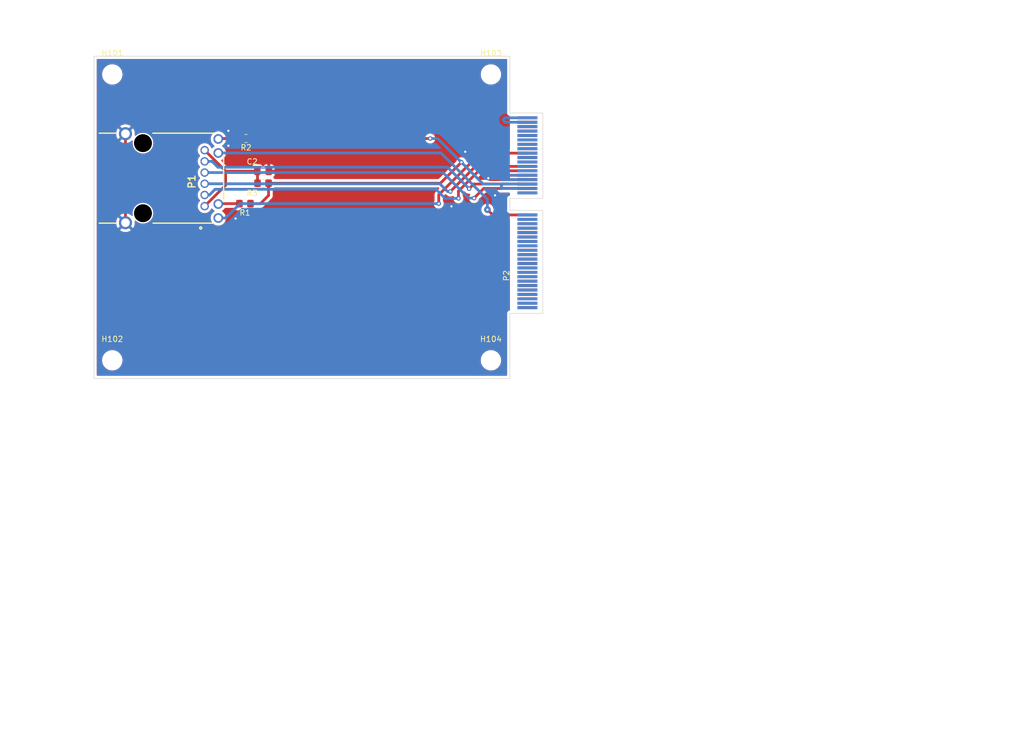
<source format=kicad_pcb>
(kicad_pcb (version 20221018) (generator pcbnew)
  (layers (0 "F.Cu" signal) (31 "B.Cu" signal) (34 "B.Paste" user) (35 "F.Paste" user) (36 "B.SilkS" user "B.Silkscreen") (37 "F.SilkS" user "F.Silkscreen") (38 "B.Mask" user) (39 "F.Mask" user) (44 "Edge.Cuts" user))
  (net 0 "")
  (net 1 "GND")
  (net 2 "Net-(C2-Pad2)")
  (net 3 "LED2")
  (net 4 "TX+")
  (net 5 "TX-")
  (net 6 "RX+")
  (net 7 "RX-")
  (net 8 "LED1")
  (net 9 "Net-(P1-D2)")
  (net 10 "Net-(P1-D4)")
  (net 56 "+3.3V")
  (net 77 "Net-(P2-Pin_78)")
  (footprint "Capacitor_SMD:C_0805_2012Metric_Pad1.18x1.45mm_HandSolder" (layer "F.Cu") (at 142.875 80.01 180)
    (fp_text reference "C2" (at 1.975 1.71 180) (layer "F.SilkS"))
    (fp_text value "1n")
    (fp_line (start -0.261252 -0.735) (end 0.261252 -0.735) (stroke (width 0.12)) (layer "F.SilkS"))
    (fp_line (start -0.261252 0.735) (end 0.261252 0.735) (stroke (width 0.12)) (layer "F.SilkS"))
    (pad "1" smd roundrect (at -1.0375 0 180) (size 1.175 1.45) (layers "F.Cu" "F.Paste" "F.Mask") (roundrect_rratio 0.2127659574) (net 1 "GND"))
    (pad "2" smd roundrect (at 1.0375 0 180) (size 1.175 1.45) (layers "F.Cu" "F.Paste" "F.Mask") (roundrect_rratio 0.2127659574) (net 2 "Net-(C2-Pad2)"))
  )
  (footprint "DSOXLAN:cardedge_40x2" (layer "F.Cu") (at 190.754 104.75)
    (fp_text reference "P2" (at -3.8 -5.8 90) (layer "F.SilkS"))
    (fp_text value "CONN_02X40" hide)
    (pad "1" connect rect (at 0 0) (size 3.6 0.55) (layers "F.Cu" "F.Mask"))
    (pad "2" connect rect (at 0 0) (size 3.6 0.55) (layers "B.Cu" "B.Mask"))
    (pad "3" connect rect (at 0 -0.8) (size 3.6 0.55) (layers "F.Cu" "F.Mask"))
    (pad "4" connect rect (at 0 -0.8) (size 3.6 0.55) (layers "B.Cu" "B.Mask"))
    (pad "5" connect rect (at 0 -1.6) (size 3.6 0.55) (layers "F.Cu" "F.Mask"))
    (pad "6" connect rect (at 0 -1.6) (size 3.6 0.55) (layers "B.Cu" "B.Mask"))
    (pad "7" connect rect (at 0 -2.4) (size 3.6 0.55) (layers "F.Cu" "F.Mask"))
    (pad "8" connect rect (at 0 -2.4) (size 3.6 0.55) (layers "B.Cu" "B.Mask"))
    (pad "9" connect rect (at 0 -3.2) (size 3.6 0.55) (layers "F.Cu" "F.Mask"))
    (pad "10" connect rect (at 0 -3.2) (size 3.6 0.55) (layers "B.Cu" "B.Mask"))
    (pad "11" connect rect (at 0 -4) (size 3.6 0.55) (layers "F.Cu" "F.Mask"))
    (pad "12" connect rect (at 0 -4) (size 3.6 0.55) (layers "B.Cu" "B.Mask"))
    (pad "13" connect rect (at 0 -4.8) (size 3.6 0.55) (layers "F.Cu" "F.Mask"))
    (pad "14" connect rect (at 0 -4.8) (size 3.6 0.55) (layers "B.Cu" "B.Mask"))
    (pad "15" connect rect (at 0 -5.6) (size 3.6 0.55) (layers "F.Cu" "F.Mask"))
    (pad "16" connect rect (at 0 -5.6) (size 3.6 0.55) (layers "B.Cu" "B.Mask"))
    (pad "17" connect rect (at 0 -6.4) (size 3.6 0.55) (layers "F.Cu" "F.Mask"))
    (pad "18" connect rect (at 0 -6.4) (size 3.6 0.55) (layers "B.Cu" "B.Mask"))
    (pad "19" connect rect (at 0 -7.2) (size 3.6 0.55) (layers "F.Cu" "F.Mask"))
    (pad "20" connect rect (at 0 -7.2) (size 3.6 0.55) (layers "B.Cu" "B.Mask"))
    (pad "21" connect rect (at 0 -8) (size 3.6 0.55) (layers "F.Cu" "F.Mask"))
    (pad "22" connect rect (at 0 -8) (size 3.6 0.55) (layers "B.Cu" "B.Mask"))
    (pad "23" connect rect (at 0 -8.8) (size 3.6 0.55) (layers "F.Cu" "F.Mask"))
    (pad "24" connect rect (at 0 -8.8) (size 3.6 0.55) (layers "B.Cu" "B.Mask"))
    (pad "25" connect rect (at 0 -9.6) (size 3.6 0.55) (layers "F.Cu" "F.Mask"))
    (pad "26" connect rect (at 0 -9.6) (size 3.6 0.55) (layers "B.Cu" "B.Mask"))
    (pad "27" connect rect (at 0 -10.4) (size 3.6 0.55) (layers "F.Cu" "F.Mask"))
    (pad "28" connect rect (at 0 -10.4) (size 3.6 0.55) (layers "B.Cu" "B.Mask"))
    (pad "29" connect rect (at 0 -11.2) (size 3.6 0.55) (layers "F.Cu" "F.Mask"))
    (pad "30" connect rect (at 0 -11.2) (size 3.6 0.55) (layers "B.Cu" "B.Mask"))
    (pad "31" connect rect (at 0 -12) (size 3.6 0.55) (layers "F.Cu" "F.Mask"))
    (pad "32" connect rect (at 0 -12) (size 3.6 0.55) (layers "B.Cu" "B.Mask"))
    (pad "33" connect rect (at 0 -12.8) (size 3.6 0.55) (layers "F.Cu" "F.Mask"))
    (pad "34" connect rect (at 0 -12.8) (size 3.6 0.55) (layers "B.Cu" "B.Mask"))
    (pad "35" connect rect (at 0 -13.6) (size 3.6 0.55) (layers "F.Cu" "F.Mask"))
    (pad "36" connect rect (at 0 -13.6) (size 3.6 0.55) (layers "B.Cu" "B.Mask"))
    (pad "37" connect rect (at 0 -14.4) (size 3.6 0.55) (layers "F.Cu" "F.Mask"))
    (pad "38" connect rect (at 0 -14.4) (size 3.6 0.55) (layers "B.Cu" "B.Mask"))
    (pad "39" connect rect (at 0 -15.2) (size 3.6 0.55) (layers "F.Cu" "F.Mask"))
    (pad "40" connect rect (at 0 -15.2) (size 3.6 0.55) (layers "B.Cu" "B.Mask"))
    (pad "41" connect rect (at 0 -16) (size 3.6 0.55) (layers "F.Cu" "F.Mask"))
    (pad "42" connect rect (at 0 -16) (size 3.6 0.55) (layers "B.Cu" "B.Mask"))
    (pad "43" connect rect (at 0 -16.8) (size 3.6 0.55) (layers "F.Cu" "F.Mask") (net 3 "LED2"))
    (pad "44" connect rect (at 0 -16.8) (size 3.6 0.55) (layers "B.Cu" "B.Mask"))
    (pad "45" connect rect (at 0 -20.8) (size 3.6 0.55) (layers "F.Cu" "F.Mask"))
    (pad "46" connect rect (at 0 -20.8) (size 3.6 0.55) (layers "B.Cu" "B.Mask"))
    (pad "47" connect rect (at 0 -21.6) (size 3.6 0.55) (layers "F.Cu" "F.Mask") (net 4 "TX+"))
    (pad "48" connect rect (at 0 -21.6) (size 3.6 0.55) (layers "B.Cu" "B.Mask") (net 56 "+3.3V"))
    (pad "49" connect rect (at 0 -22.4) (size 3.6 0.55) (layers "F.Cu" "F.Mask") (net 5 "TX-"))
    (pad "50" connect rect (at 0 -22.4) (size 3.6 0.55) (layers "B.Cu" "B.Mask") (net 56 "+3.3V"))
    (pad "51" connect rect (at 0 -23.2) (size 3.6 0.55) (layers "F.Cu" "F.Mask") (net 1 "GND"))
    (pad "52" connect rect (at 0 -23.2) (size 3.6 0.55) (layers "B.Cu" "B.Mask") (net 1 "GND"))
    (pad "53" connect rect (at 0 -24) (size 3.6 0.55) (layers "F.Cu" "F.Mask") (net 1 "GND"))
    (pad "54" connect rect (at 0 -24) (size 3.6 0.55) (layers "B.Cu" "B.Mask") (net 1 "GND"))
    (pad "55" connect rect (at 0 -24.8) (size 3.6 0.55) (layers "F.Cu" "F.Mask") (net 6 "RX+"))
    (pad "56" connect rect (at 0 -24.8) (size 3.6 0.55) (layers "B.Cu" "B.Mask"))
    (pad "57" connect rect (at 0 -25.6) (size 3.6 0.55) (layers "F.Cu" "F.Mask") (net 7 "RX-"))
    (pad "58" connect rect (at 0 -25.6) (size 3.6 0.55) (layers "B.Cu" "B.Mask"))
    (pad "59" connect rect (at 0 -26.4) (size 3.6 0.55) (layers "F.Cu" "F.Mask"))
    (pad "60" connect rect (at 0 -26.4) (size 3.6 0.55) (layers "B.Cu" "B.Mask"))
    (pad "61" connect rect (at 0 -27.2) (size 3.6 0.55) (layers "F.Cu" "F.Mask"))
    (pad "62" connect rect (at 0 -27.2) (size 3.6 0.55) (layers "B.Cu" "B.Mask"))
    (pad "63" connect rect (at 0 -28) (size 3.6 0.55) (layers "F.Cu" "F.Mask") (net 8 "LED1"))
    (pad "64" connect rect (at 0 -28) (size 3.6 0.55) (layers "B.Cu" "B.Mask"))
    (pad "65" connect rect (at 0 -28.8) (size 3.6 0.55) (layers "F.Cu" "F.Mask"))
    (pad "66" connect rect (at 0 -28.8) (size 3.6 0.55) (layers "B.Cu" "B.Mask"))
    (pad "67" connect rect (at 0 -29.6) (size 3.6 0.55) (layers "F.Cu" "F.Mask"))
    (pad "68" connect rect (at 0 -29.6) (size 3.6 0.55) (layers "B.Cu" "B.Mask"))
    (pad "69" connect rect (at 0 -30.4) (size 3.6 0.55) (layers "F.Cu" "F.Mask"))
    (pad "70" connect rect (at 0 -30.4) (size 3.6 0.55) (layers "B.Cu" "B.Mask"))
    (pad "71" connect rect (at 0 -31.2) (size 3.6 0.55) (layers "F.Cu" "F.Mask"))
    (pad "72" connect rect (at 0 -31.2) (size 3.6 0.55) (layers "B.Cu" "B.Mask"))
    (pad "73" connect rect (at 0 -32) (size 3.6 0.55) (layers "F.Cu" "F.Mask"))
    (pad "74" connect rect (at 0 -32) (size 3.6 0.55) (layers "B.Cu" "B.Mask"))
    (pad "75" connect rect (at 0 -32.8) (size 3.6 0.55) (layers "F.Cu" "F.Mask"))
    (pad "76" connect rect (at 0 -32.8) (size 3.6 0.55) (layers "B.Cu" "B.Mask"))
    (pad "77" connect rect (at 0 -33.6) (size 3.6 0.55) (layers "F.Cu" "F.Mask"))
    (pad "78" connect rect (at 0 -33.6) (size 3.6 0.55) (layers "B.Cu" "B.Mask") (net 77 "Net-(P2-Pin_78)"))
    (pad "79" connect rect (at 0 -34.4) (size 3.6 0.55) (layers "F.Cu" "F.Mask"))
    (pad "80" connect rect (at 0 -34.4) (size 3.6 0.55) (layers "B.Cu" "B.Mask") (net 77 "Net-(P2-Pin_78)"))
  )
  (footprint "Resistor_SMD:R_0805_2012Metric_Pad1.20x1.40mm_HandSolder" (layer "F.Cu") (at 139.6 85.9 180)
    (fp_text reference "R1" (at 0 -1.65 180) (layer "F.SilkS"))
    (fp_text value "470R")
    (fp_line (start -0.227064 -0.735) (end 0.227064 -0.735) (stroke (width 0.12)) (layer "F.SilkS"))
    (fp_line (start -0.227064 0.735) (end 0.227064 0.735) (stroke (width 0.12)) (layer "F.SilkS"))
    (pad "1" smd roundrect (at -1 0 180) (size 1.2 1.4) (layers "F.Cu" "F.Paste" "F.Mask") (roundrect_rratio 0.2083333333) (net 56 "+3.3V"))
    (pad "2" smd roundrect (at 1 0 180) (size 1.2 1.4) (layers "F.Cu" "F.Paste" "F.Mask") (roundrect_rratio 0.2083333333) (net 9 "Net-(P1-D2)"))
  )
  (footprint "Resistor_SMD:R_0805_2012Metric_Pad1.20x1.40mm_HandSolder" (layer "F.Cu") (at 139.8 74.1 180)
    (fp_text reference "R2" (at 0 -1.65 180) (layer "F.SilkS"))
    (fp_text value "470R")
    (fp_line (start -0.227064 -0.735) (end 0.227064 -0.735) (stroke (width 0.12)) (layer "F.SilkS"))
    (fp_line (start -0.227064 0.735) (end 0.227064 0.735) (stroke (width 0.12)) (layer "F.SilkS"))
    (pad "1" smd roundrect (at -1 0 180) (size 1.2 1.4) (layers "F.Cu" "F.Paste" "F.Mask") (roundrect_rratio 0.2083333333) (net 56 "+3.3V"))
    (pad "2" smd roundrect (at 1 0 180) (size 1.2 1.4) (layers "F.Cu" "F.Paste" "F.Mask") (roundrect_rratio 0.2083333333) (net 10 "Net-(P1-D4)"))
  )
  (footprint "Resistor_SMD:R_0805_2012Metric_Pad1.20x1.40mm_HandSolder" (layer "F.Cu") (at 142.875 82.2 180)
    (fp_text reference "R3" (at 1.975 -1.8 180) (layer "F.SilkS"))
    (fp_text value "10R")
    (fp_line (start -0.227064 -0.735) (end 0.227064 -0.735) (stroke (width 0.12)) (layer "F.SilkS"))
    (fp_line (start -0.227064 0.735) (end 0.227064 0.735) (stroke (width 0.12)) (layer "F.SilkS"))
    (pad "1" smd roundrect (at -1 0 180) (size 1.2 1.4) (layers "F.Cu" "F.Paste" "F.Mask") (roundrect_rratio 0.2083333333) (net 56 "+3.3V"))
    (pad "2" smd roundrect (at 1 0 180) (size 1.2 1.4) (layers "F.Cu" "F.Paste" "F.Mask") (roundrect_rratio 0.2083333333) (net 2 "Net-(C2-Pad2)"))
  )
  (footprint "DSOXLAN:08B0-1X1T-36-F" (layer "F.Cu") (at 110.21 89.44 90)
    (fp_text reference "P1" (at 7.52 19.765 90) (layer "F.SilkS") (effects (font (size 1.27 1.27) (thickness 0.254))))
    (fp_text value "08B0-1X1T-36-F" hide)
    (fp_line (start 0 3) (end 0 6.016) (stroke (width 0.254)) (layer "F.SilkS"))
    (fp_line (start 0 12.753) (end 0 23.713) (stroke (width 0.254)) (layer "F.SilkS"))
    (fp_line (start 4.199 25.53) (end 12.114 25.53) (stroke (width 0.254)) (layer "F.SilkS"))
    (fp_line (start 16.31 3) (end 16.31 5.981) (stroke (width 0.254)) (layer "F.SilkS"))
    (fp_line (start 16.31 12.718) (end 16.31 23.747) (stroke (width 0.254)) (layer "F.SilkS"))
    (fp_circle (center -0.87 21.381) (end -0.87 21.448) (stroke (width 0.254)) (fill none) (layer "F.SilkS"))
    (pad "" np_thru_hole circle (at 1.8 10.92 90) (size 3.25 3.25) (drill 3.25) (layers "*.Mask"))
    (pad "" np_thru_hole circle (at 14.5 10.92 90) (size 3.25 3.25) (drill 3.25) (layers "*.Mask"))
    (pad "1" thru_hole circle (at 3.08 22.09 90) (size 1.52 1.52) (drill 1.02) (layers "*.Cu" "*.Mask") (net 2 "Net-(C2-Pad2)"))
    (pad "2" thru_hole circle (at 5.11 22.09 90) (size 1.52 1.52) (drill 1.02) (layers "*.Cu" "*.Mask") (net 6 "RX+"))
    (pad "3" thru_hole circle (at 7.14 22.09 90) (size 1.52 1.52) (drill 1.02) (layers "*.Cu" "*.Mask") (net 7 "RX-"))
    (pad "4" thru_hole circle (at 9.17 22.09 90) (size 1.52 1.52) (drill 1.02) (layers "*.Cu" "*.Mask") (net 4 "TX+"))
    (pad "5" thru_hole circle (at 11.2 22.09 90) (size 1.52 1.52) (drill 1.02) (layers "*.Cu" "*.Mask") (net 5 "TX-"))
    (pad "6" thru_hole circle (at 13.23 22.09 90) (size 1.52 1.52) (drill 1.02) (layers "*.Cu" "*.Mask") (net 2 "Net-(C2-Pad2)"))
    (pad "7" thru_hole circle (at 0.93 24.56 90) (size 1.75 1.75) (drill 1.15) (layers "*.Cu" "*.Mask") (net 8 "LED1"))
    (pad "8" thru_hole circle (at 3.47 24.56 90) (size 1.75 1.75) (drill 1.15) (layers "*.Cu" "*.Mask") (net 9 "Net-(P1-D2)"))
    (pad "9" thru_hole circle (at 12.72 24.56 90) (size 1.75 1.75) (drill 1.15) (layers "*.Cu" "*.Mask") (net 3 "LED2"))
    (pad "10" thru_hole circle (at 15.26 24.56 90) (size 1.75 1.75) (drill 1.15) (layers "*.Cu" "*.Mask") (net 10 "Net-(P1-D4)"))
    (pad "13" thru_hole circle (at 16.21 7.75 90) (size 2.37 2.37) (drill 1.57) (layers "*.Cu" "*.Mask") (net 1 "GND"))
    (pad "14" thru_hole circle (at 0.08 7.75 90) (size 2.37 2.37) (drill 1.57) (layers "*.Cu" "*.Mask") (net 1 "GND"))
  )
  (footprint "MountingHole:MountingHole_3.2mm_M3_ISO7380" (layer "F.Cu") (at 115.57 114.3)
    (fp_text reference "H102" (at 0 -3.85) (layer "F.SilkS"))
    (fp_text value "MountingHole")
    (pad "" np_thru_hole circle (at 0 0) (size 3.2 3.2) (drill 3.2) (layers "*.Cu" "*.Mask"))
  )
  (footprint "MountingHole:MountingHole_3.2mm_M3_ISO7380" (layer "F.Cu") (at 115.57 62.484)
    (fp_text reference "H101" (at 0 -3.85) (layer "F.SilkS"))
    (fp_text value "MountingHole")
    (pad "" np_thru_hole circle (at 0 0) (size 3.2 3.2) (drill 3.2) (layers "*.Cu" "*.Mask"))
  )
  (footprint "MountingHole:MountingHole_3.2mm_M3_ISO7380" (layer "F.Cu") (at 184.15 62.484)
    (fp_text reference "H103" (at 0 -3.85) (layer "F.SilkS"))
    (fp_text value "MountingHole")
    (pad "" np_thru_hole circle (at 0 0) (size 3.2 3.2) (drill 3.2) (layers "*.Cu" "*.Mask"))
  )
  (footprint "MountingHole:MountingHole_3.2mm_M3_ISO7380" (layer "F.Cu") (at 184.15 114.3)
    (fp_text reference "H104" (at 0 -3.85) (layer "F.SilkS"))
    (fp_text value "MountingHole")
    (pad "" np_thru_hole circle (at 0 0) (size 3.2 3.2) (drill 3.2) (layers "*.Cu" "*.Mask"))
  )
  (footprint "Symbol:OSHW-Symbol_6.7x6mm_Copper" (layer "F.Cu") (at 149.4 112.8)
    (fp_text reference "SYM101" hide)
    (fp_text value "Logo_Open_Hardware_Small" hide)
    (fp_poly (pts (xy 0.555814 -2.531069) (xy 0.639635 -2.086445) (xy 0.94892 -1.958947) (xy 1.258206 -1.831449) (xy 1.629246 -2.083754) (xy 1.733157 -2.154004) (xy 1.827087 -2.216728) (xy 1.906652 -2.269062) (xy 1.96747 -2.308143) (xy 2.005157 -2.331107) (xy 2.015421 -2.336058) (xy 2.03391 -2.323324) (xy 2.07342 -2.288118) (xy 2.129522 -2.234938) (xy 2.197787 -2.168282) (xy 2.273786 -2.092646) (xy 2.353092 -2.012528) (xy 2.431275 -1.932426) (xy 2.503907 -1.856836) (xy 2.566559 -1.790255) (xy 2.614803 -1.737182) (xy 2.64421 -1.702113) (xy 2.651241 -1.690377) (xy 2.641123 -1.66874) (xy 2.612759 -1.621338) (xy 2.569129 -1.552807) (xy 2.513218 -1.467785) (xy 2.448006 -1.370907) (xy 2.410219 -1.31565) (xy 2.341343 -1.214752) (xy 2.28014 -1.123701) (xy 2.229578 -1.04703) (xy 2.192628 -0.989272) (xy 2.172258 -0.954957) (xy 2.169197 -0.947746) (xy 2.176136 -0.927252) (xy 2.195051 -0.879487) (xy 2.223087 -0.811168) (xy 2.257391 -0.729011) (xy 2.295109 -0.63973) (xy 2.333387 -0.550042) (xy 2.36937 -0.466662) (xy 2.400206 -0.396306) (xy 2.423039 -0.34569) (xy 2.435017 -0.321529) (xy 2.435724 -0.320578) (xy 2.454531 -0.315964) (xy 2.504618 -0.305672) (xy 2.580793 -0.290713) (xy 2.677865 -0.272099) (xy 2.790643 -0.250841) (xy 2.856442 -0.238582) (xy 2.97695 -0.215638) (xy 3.085797 -0.193805) (xy 3.177476 -0.174278) (xy 3.246481 -0.158252) (xy 3.287304 -0.146921) (xy 3.295511 -0.143326) (xy 3.303548 -0.118994) (xy 3.310033 -0.064041) (xy 3.31497 0.015108) (xy 3.318364 0.112026) (xy 3.320218 0.220287) (xy 3.320538 0.333465) (xy 3.319327 0.445135) (xy 3.31659 0.548868) (xy 3.312331 0.638241) (xy 3.306555 0.706826) (xy 3.299267 0.748197) (xy 3.294895 0.75681) (xy 3.268764 0.767133) (xy 3.213393 0.781892) (xy 3.136107 0.799352) (xy 3.04423 0.81778) (xy 3.012158 0.823741) (xy 2.857524 0.852066) (xy 2.735375 0.874876) (xy 2.641673 0.89308) (xy 2.572384 0.907583) (xy 2.523471 0.919292) (xy 2.490897 0.929115) (xy 2.470628 0.937956) (xy 2.458626 0.946724) (xy 2.456947 0.948457) (xy 2.440184 0.976371) (xy 2.414614 1.030695) (xy 2.382788 1.104777) (xy 2.34726 1.191965) (xy 2.310583 1.285608) (xy 2.275311 1.379052) (xy 2.243996 1.465647) (xy 2.219193 1.53874) (xy 2.203454 1.591678) (xy 2.199332 1.617811) (xy 2.199676 1.618726) (xy 2.213641 1.640086) (xy 2.245322 1.687084) (xy 2.291391 1.754827) (xy 2.348518 1.838423) (xy 2.413373 1.932982) (xy 2.431843 1.959854) (xy 2.497699 2.057275) (xy 2.55565 2.146163) (xy 2.602538 2.221412) (xy 2.635207 2.27792) (xy 2.6505 2.310581) (xy 2.651241 2.314593) (xy 2.638392 2.335684) (xy 2.602888 2.377464) (xy 2.549293 2.435445) (xy 2.482171 2.505135) (xy 2.406087 2.582045) (xy 2.325604 2.661683) (xy 2.245287 2.739561) (xy 2.169699 2.811186) (xy 2.103405 2.87207) (xy 2.050969 2.917721) (xy 2.016955 2.94365) (xy 2.007545 2.947883) (xy 1.985643 2.937912) (xy 1.9408 2.91102) (xy 1.880321 2.871736) (xy 1.833789 2.840117) (xy 1.749475 2.782098) (xy 1.649626 2.713784) (xy 1.549473 2.645579) (xy 1.495627 2.609075) (xy 1.313371 2.4858) (xy 1.160381 2.56852) (xy 1.090682 2.604759) (xy 1.031414 2.632926) (xy 0.991311 2.648991) (xy 0.981103 2.651226) (xy 0.968829 2.634722) (xy 0.944613 2.588082) (xy 0.910263 2.515609) (xy 0.867588 2.421606) (xy 0.818394 2.310374) (xy 0.76449 2.186215) (xy 0.707684 2.053432) (xy 0.649782 1.916327) (xy 0.592593 1.779202) (xy 0.537924 1.646358) (xy 0.487584 1.522098) (xy 0.44338 1.410725) (xy 0.407119 1.316539) (xy 0.380609 1.243844) (xy 0.365658 1.196941) (xy 0.363254 1.180833) (xy 0.382311 1.160286) (xy 0.424036 1.126933) (xy 0.479706 1.087702) (xy 0.484378 1.084599) (xy 0.628264 0.969423) (xy 0.744283 0.835053) (xy 0.83143 0.685784) (xy 0.888699 0.525913) (xy 0.915086 0.359737) (xy 0.909585 0.191552) (xy 0.87119 0.025655) (xy 0.798895 -0.133658) (xy 0.777626 -0.168513) (xy 0.666996 -0.309263) (xy 0.536302 -0.422286) (xy 0.390064 -0.506997) (xy 0.232808 -0.562806) (xy 0.069057 -0.589126) (xy -0.096667 -0.58537) (xy -0.259838 -0.55095) (xy -0.415935 -0.485277) (xy -0.560433 -0.387765) (xy -0.605131 -0.348187) (xy -0.718888 -0.224297) (xy -0.801782 -0.093876) (xy -0.858644 0.052315) (xy -0.890313 0.197088) (xy -0.898131 0.35986) (xy -0.872062 0.52344) (xy -0.814755 0.682298) (xy -0.728856 0.830906) (xy -0.617014 0.963735) (xy -0.481877 1.075256) (xy -0.464117 1.087011) (xy -0.40785 1.125508) (xy -0.365077 1.158863) (xy -0.344628 1.18016) (xy -0.344331 1.180833) (xy -0.348721 1.203871) (xy -0.366124 1.256157) (xy -0.394732 1.33339) (xy -0.432735 1.431268) (xy -0.478326 1.545491) (xy -0.529697 1.671758) (xy -0.585038 1.805767) (xy -0.642542 1.943218) (xy -0.700399 2.079808) (xy -0.756802 2.211237) (xy -0.809942 2.333205) (xy -0.85801 2.441409) (xy -0.899199 2.531549) (xy -0.931699 2.599323) (xy -0.953703 2.64043) (xy -0.962564 2.651226) (xy -0.98964 2.642819) (xy -1.040303 2.620272) (xy -1.105817 2.587613) (xy -1.141841 2.56852) (xy -1.294832 2.4858) (xy -1.477088 2.609075) (xy -1.570125 2.672228) (xy -1.671985 2.741727) (xy -1.767438 2.807165) (xy -1.81525 2.840117) (xy -1.882495 2.885273) (xy -1.939436 2.921057) (xy -1.978646 2.942938) (xy -1.991381 2.947563) (xy -2.009917 2.935085) (xy -2.050941 2.900252) (xy -2.110475 2.846678) (xy -2.184542 2.777983) (xy -2.269165 2.697781) (xy -2.322685 2.646286) (xy -2.416319 2.554286) (xy -2.497241 2.471999) (xy -2.562177 2.402945) (xy -2.607858 2.350644) (xy -2.631011 2.318616) (xy -2.633232 2.312116) (xy -2.622924 2.287394) (xy -2.594439 2.237405) (xy -2.550937 2.167212) (xy -2.495577 2.081875) (xy -2.43152 1.986456) (xy -2.413303 1.959854) (xy -2.346927 1.863167) (xy -2.287378 1.776117) (xy -2.237984 1.703595) (xy -2.202075 1.650493) (xy -2.182981 1.621703) (xy -2.181136 1.618726) (xy -2.183895 1.595782) (xy -2.198538 1.545336) (xy -2.222513 1.474041) (xy -2.253266 1.388547) (xy -2.288244 1.295507) (xy -2.324893 1.201574) (xy -2.360661 1.113399) (xy -2.392994 1.037634) (xy -2.419338 0.980931) (xy -2.437142 0.949943) (xy -2.438407 0.948457) (xy -2.449294 0.939601) (xy -2.467682 0.930843) (xy -2.497606 0.921277) (xy -2.543103 0.909996) (xy -2.608209 0.896093) (xy -2.696961 0.878663) (xy -2.813393 0.856798) (xy -2.961542 0.829591) (xy -2.993618 0.823741) (xy -3.088686 0.805374) (xy -3.171565 0.787405) (xy -3.23493 0.771569) (xy -3.271458 0.7596) (xy -3.276356 0.75681) (xy -3.284427 0.732072) (xy -3.290987 0.67679) (xy -3.296033 0.597389) (xy -3.299559 0.500296) (xy -3.301561 0.391938) (xy -3.302036 0.27874) (xy -3.300977 0.167128) (xy -3.298382 0.063529) (xy -3.294246 -0.025632) (xy -3.288563 -0.093928) (xy -3.281331 -0.134934) (xy -3.276971 -0.143326) (xy -3.252698 -0.151792) (xy -3.197426 -0.165565) (xy -3.116662 -0.18345) (xy -3.015912 -0.204252) (xy -2.900683 -0.226777) (xy -2.837902 -0.238582) (xy -2.718787 -0.260849) (xy -2.612565 -0.281021) (xy -2.524427 -0.298085) (xy -2.459566 -0.311031) (xy -2.423174 -0.318845) (xy -2.417184 -0.320578) (xy -2.407061 -0.34011) (xy -2.385662 -0.387157) (xy -2.355839 -0.454997) (xy -2.320445 -0.536909) (xy -2.282332 -0.626172) (xy -2.244353 -0.716065) (xy -2.20936 -0.799865) (xy -2.180206 -0.870853) (xy -2.159743 -0.922306) (xy -2.150823 -0.947503) (xy -2.150657 -0.948604) (xy -2.160769 -0.968481) (xy -2.189117 -1.014223) (xy -2.232723 -1.081283) (xy -2.288606 -1.165116) (xy -2.353787 -1.261174) (xy -2.391679 -1.31635) (xy -2.460725 -1.417519) (xy -2.52205 -1.50937) (xy -2.572663 -1.587256) (xy -2.609571 -1.646531) (xy -2.629782 -1.682549) (xy -2.632701 -1.690623) (xy -2.620153 -1.709416) (xy -2.585463 -1.749543) (xy -2.533063 -1.806507) (xy -2.467384 -1.875815) (xy -2.392856 -1.952969) (xy -2.313913 -2.033475) (xy -2.234983 -2.112837) (xy -2.1605 -2.18656) (xy -2.094894 -2.250148) (xy -2.042596 -2.299106) (xy -2.008039 -2.328939) (xy -1.996478 -2.336058) (xy -1.977654 -2.326047) (xy -1.932631 -2.297922) (xy -1.865787 -2.254546) (xy -1.781499 -2.198782) (xy -1.684144 -2.133494) (xy -1.610707 -2.083754) (xy -1.239667 -1.831449) (xy -0.621095 -2.086445) (xy -0.537275 -2.531069) (xy -0.453454 -2.975693) (xy 0.471994 -2.975693) (xy 0.555814 -2.531069)) (stroke (width 0.01)) (fill solid) (layer "F.Cu"))
  )
  (gr_line (start 193.548 69.469) (end 187.579 69.469) (stroke (width 0.1)) (layer "Edge.Cuts"))
  (gr_line (start 179.578 117.602) (end 187.579 117.602) (stroke (width 0.1)) (layer "Edge.Cuts"))
  (gr_line (start 187.579 105.791) (end 193.548 105.791) (stroke (width 0.1)) (layer "Edge.Cuts"))
  (gr_line (start 187.579 69.469) (end 187.579 59.182) (stroke (width 0.1)) (layer "Edge.Cuts"))
  (gr_line (start 193.548 84.963) (end 193.548 69.469) (stroke (width 0.1)) (layer "Edge.Cuts"))
  (gr_line (start 193.548 105.791) (end 193.548 87.122) (stroke (width 0.1)) (layer "Edge.Cuts"))
  (gr_line (start 187.579 117.602) (end 187.579 105.791) (stroke (width 0.1)) (layer "Edge.Cuts"))
  (gr_line (start 112.268 117.602) (end 179.578 117.602) (stroke (width 0.1)) (layer "Edge.Cuts"))
  (gr_line (start 187.579 59.182) (end 112.268 59.182) (stroke (width 0.1)) (layer "Edge.Cuts"))
  (gr_line (start 187.579 87.122) (end 187.579 84.963) (stroke (width 0.1)) (layer "Edge.Cuts"))
  (gr_line (start 193.548 87.122) (end 187.579 87.122) (stroke (width 0.1)) (layer "Edge.Cuts"))
  (gr_line (start 187.579 84.963) (end 193.548 84.963) (stroke (width 0.1)) (layer "Edge.Cuts"))
  (gr_line (start 112.268 59.182) (end 112.268 117.602) (stroke (width 0.1)) (layer "Edge.Cuts"))
  (gr_text "DIY DSOXLAN\nAW 2014-12-13\nDL8DTL 2024-05-18" (at 167.1 113) (layer "F.Cu") (effects (font (size 1.5 1.5) (thickness 0.3))))
  (segment (start 117.96 73.23) (end 121.09 70.1) (width 0.5) (layer "F.Cu") (net 1))
  (segment (start 176.4 76.5) (end 179.5 76.5) (width 0.5) (layer "F.Cu") (net 1))
  (segment (start 117.96 89.36) (end 117.96 73.23) (width 0.5) (layer "F.Cu") (net 1))
  (segment (start 183.95 81.55) (end 183.68 81.28) (width 0.5) (layer "F.Cu") (net 1))
  (segment (start 183.68 81.28) (end 184.21 80.75) (width 0.5) (layer "F.Cu") (net 1))
  (segment (start 190.754 81.55) (end 183.95 81.55) (width 0.5) (layer "F.Cu") (net 1))
  (segment (start 184.21 80.75) (end 190.754 80.75) (width 0.5) (layer "F.Cu") (net 1))
  (segment (start 173.1 70.1) (end 179.5 76.5) (width 0.5) (layer "F.Cu") (net 1))
  (segment (start 121.09 70.1) (end 173.1 70.1) (width 0.5) (layer "F.Cu") (net 1))
  (segment (start 143.9125 80.01) (end 172.89 80.01) (width 0.5) (layer "F.Cu") (net 1))
  (segment (start 172.89 80.01) (end 176.4 76.5) (width 0.5) (layer "F.Cu") (net 1))
  (via (at 136.6 72.7) (size 0.8) (drill 0.4) (layers "F.Cu" "B.Cu") (net 1))
  (via (at 183.68 81.28) (size 0.8) (drill 0.4) (layers "F.Cu" "B.Cu") (net 1))
  (via (at 184.9 84.4) (size 0.8) (drill 0.4) (layers "F.Cu" "B.Cu") (net 1))
  (via (at 179.5 76.5) (size 0.8) (drill 0.4) (layers "F.Cu" "B.Cu") (net 1))
  (via (at 136.6 75.4) (size 0.8) (drill 0.4) (layers "F.Cu" "B.Cu") (net 1))
  (via (at 177 86.4) (size 0.8) (drill 0.4) (layers "F.Cu" "B.Cu") (net 1))
  (via (at 137.9 88.6) (size 0.8) (drill 0.4) (layers "F.Cu" "B.Cu") (net 1))
  (segment (start 186.100998 81.55) (end 186.055 81.504002) (width 0.5) (layer "B.Cu") (net 1))
  (segment (start 186.055 81.504002) (end 186.055 81.28) (width 0.5) (layer "B.Cu") (net 1))
  (segment (start 186.585 80.75) (end 186.055 81.28) (width 0.5) (layer "B.Cu") (net 1))
  (segment (start 190.754 81.55) (end 186.100998 81.55) (width 0.5) (layer "B.Cu") (net 1))
  (segment (start 183.68 81.28) (end 179.5 77.1) (width 0.5) (layer "B.Cu") (net 1))
  (segment (start 186.055 81.28) (end 183.68 81.28) (width 0.5) (layer "B.Cu") (net 1))
  (segment (start 179.5 77.1) (end 179.5 76.5) (width 0.5) (layer "B.Cu") (net 1))
  (segment (start 190.754 80.75) (end 186.585 80.75) (width 0.5) (layer "B.Cu") (net 1))
  (segment (start 141.875 80.0475) (end 141.8375 80.01) (width 0.5) (layer "F.Cu") (net 2))
  (segment (start 136.1 82.56) (end 132.3 86.36) (width 0.5) (layer "F.Cu") (net 2))
  (segment (start 141.875 82.2) (end 141.875 80.0475) (width 0.5) (layer "F.Cu") (net 2))
  (segment (start 136.1 80.01) (end 132.3 76.21) (width 0.5) (layer "F.Cu") (net 2))
  (segment (start 136.1 80.01) (end 136.1 82.56) (width 0.5) (layer "F.Cu") (net 2))
  (segment (start 141.8375 80.01) (end 136.1 80.01) (width 0.5) (layer "F.Cu") (net 2))
  (segment (start 183.515 86.995) (end 184.47 87.95) (width 0.5) (layer "F.Cu") (net 3))
  (segment (start 184.47 87.95) (end 190.754 87.95) (width 0.5) (layer "F.Cu") (net 3))
  (via (at 183.515 86.995) (size 1.2) (drill 0.4) (layers "F.Cu" "B.Cu") (net 3))
  (segment (start 175.118625 76.72) (end 134.77 76.72) (width 0.5) (layer "B.Cu") (net 3))
  (segment (start 183.515 85.116375) (end 175.118625 76.72) (width 0.5) (layer "B.Cu") (net 3))
  (segment (start 183.515 86.995) (end 183.515 85.116375) (width 0.5) (layer "B.Cu") (net 3))
  (segment (start 182.85 83.15) (end 181.1 84.9) (width 0.5) (layer "F.Cu") (net 4))
  (segment (start 190.754 83.15) (end 182.85 83.15) (width 0.5) (layer "F.Cu") (net 4))
  (via (at 181.1 84.9) (size 0.8) (drill 0.4) (layers "F.Cu" "B.Cu") (net 4))
  (segment (start 180.1 84.9) (end 181.1 84.9) (width 0.5) (layer "B.Cu") (net 4))
  (segment (start 132.3 80.27) (end 175.47 80.27) (width 0.5) (layer "B.Cu") (net 4))
  (segment (start 175.47 80.27) (end 180.1 84.9) (width 0.5) (layer "B.Cu") (net 4))
  (segment (start 190.754 82.35) (end 181.048494 82.35) (width 0.5) (layer "F.Cu") (net 5))
  (segment (start 181.048494 82.35) (end 180.2 83.198494) (width 0.5) (layer "F.Cu") (net 5))
  (via (at 180.2 83.198494) (size 0.8) (drill 0.4) (layers "F.Cu" "B.Cu") (net 5))
  (segment (start 134.7 79.3) (end 176.301506 79.3) (width 0.5) (layer "B.Cu") (net 5))
  (segment (start 132.3 78.24) (end 133.64 78.24) (width 0.5) (layer "B.Cu") (net 5))
  (segment (start 176.301506 79.3) (end 180.2 83.198494) (width 0.5) (layer "B.Cu") (net 5))
  (segment (start 133.64 78.24) (end 134.7 79.3) (width 0.5) (layer "B.Cu") (net 5))
  (segment (start 181.95 79.95) (end 178.270792 83.629208) (width 0.5) (layer "F.Cu") (net 6))
  (segment (start 178.270792 83.629208) (end 178.270792 84.9495) (width 0.5) (layer "F.Cu") (net 6))
  (segment (start 190.754 79.95) (end 181.95 79.95) (width 0.5) (layer "F.Cu") (net 6))
  (via (at 178.270792 84.9495) (size 0.8) (drill 0.4) (layers "F.Cu" "B.Cu") (net 6))
  (segment (start 134.2 83.3) (end 174.2 83.3) (width 0.5) (layer "B.Cu") (net 6))
  (segment (start 133.17 84.33) (end 134.2 83.3) (width 0.5) (layer "B.Cu") (net 6))
  (segment (start 174.2 83.3) (end 175.8495 84.9495) (width 0.5) (layer "B.Cu") (net 6))
  (segment (start 175.8495 84.9495) (end 178.270792 84.9495) (width 0.5) (layer "B.Cu") (net 6))
  (segment (start 132.3 84.33) (end 133.17 84.33) (width 0.5) (layer "B.Cu") (net 6))
  (segment (start 190.754 79.15) (end 181.35 79.15) (width 0.5) (layer "F.Cu") (net 7))
  (segment (start 181.35 79.15) (end 176.8 83.7) (width 0.5) (layer "F.Cu") (net 7))
  (via (at 176.8 83.7) (size 0.8) (drill 0.4) (layers "F.Cu" "B.Cu") (net 7))
  (segment (start 176.3 83.7) (end 176.8 83.7) (width 0.5) (layer "B.Cu") (net 7))
  (segment (start 174.9 82.3) (end 176.3 83.7) (width 0.5) (layer "B.Cu") (net 7))
  (segment (start 132.3 82.3) (end 174.9 82.3) (width 0.5) (layer "B.Cu") (net 7))
  (segment (start 174.7 84.3) (end 182.25 76.75) (width 0.5) (layer "F.Cu") (net 8))
  (segment (start 174.7 85.9) (end 174.7 84.3) (width 0.5) (layer "F.Cu") (net 8))
  (segment (start 182.25 76.75) (end 190.754 76.75) (width 0.5) (layer "F.Cu") (net 8))
  (via (at 174.7 85.9) (size 0.8) (drill 0.4) (layers "F.Cu" "B.Cu") (net 8))
  (segment (start 174.7 85.9) (end 138.7 85.9) (width 0.5) (layer "B.Cu") (net 8))
  (segment (start 138.7 85.9) (end 136.09 88.51) (width 0.5) (layer "B.Cu") (net 8))
  (segment (start 136.09 88.51) (end 134.77 88.51) (width 0.5) (layer "B.Cu") (net 8))
  (segment (start 134.84 85.9) (end 134.77 85.97) (width 0.5) (layer "F.Cu") (net 9))
  (segment (start 138.6 85.9) (end 134.84 85.9) (width 0.5) (layer "F.Cu") (net 9))
  (segment (start 134.85 74.1) (end 134.77 74.18) (width 0.5) (layer "F.Cu") (net 10))
  (segment (start 138.8 74.1) (end 134.85 74.1) (width 0.5) (layer "F.Cu") (net 10))
  (segment (start 142.4 85.9) (end 140.6 85.9) (width 0.5) (layer "F.Cu") (net 56))
  (segment (start 143.875 82.2) (end 143.875 84.425) (width 0.5) (layer "F.Cu") (net 56))
  (segment (start 143.875 82.2) (end 175 82.2) (width 0.5) (layer "F.Cu") (net 56))
  (segment (start 140.8 74.1) (end 173.16 74.1) (width 0.5) (layer "F.Cu") (net 56))
  (segment (start 175 82.2) (end 178.8 78.4) (width 0.5) (layer "F.Cu") (net 56))
  (segment (start 143.875 84.425) (end 142.4 85.9) (width 0.5) (layer "F.Cu") (net 56))
  (via (at 173.16 74.1) (size 0.8) (drill 0.4) (layers "F.Cu" "B.Cu") (net 56))
  (via (at 178.8 78.4) (size 0.8) (drill 0.4) (layers "F.Cu" "B.Cu") (net 56))
  (segment (start 186.255 82.35) (end 186.055 82.55) (width 0.5) (layer "B.Cu") (net 56))
  (segment (start 186.055 82.55) (end 186.055 83.185) (width 0.5) (layer "B.Cu") (net 56))
  (segment (start 186.055 83.185) (end 186.09 83.15) (width 0.5) (layer "B.Cu") (net 56))
  (segment (start 186.09 83.15) (end 190.754 83.15) (width 0.5) (layer "B.Cu") (net 56))
  (segment (start 187.325 82.35) (end 186.255 82.35) (width 0.5) (layer "B.Cu") (net 56))
  (segment (start 182.75 82.35) (end 178.8 78.4) (width 0.5) (layer "B.Cu") (net 56))
  (segment (start 173.16 74.1) (end 174.5 74.1) (width 0.5) (layer "B.Cu") (net 56))
  (segment (start 187.325 82.35) (end 182.75 82.35) (width 0.5) (layer "B.Cu") (net 56))
  (segment (start 174.5 74.1) (end 178.8 78.4) (width 0.5) (layer "B.Cu") (net 56))
  (segment (start 190.754 82.35) (end 187.325 82.35) (width 0.5) (layer "B.Cu") (net 56))
  (segment (start 186.72 71.15) (end 186.436 70.866) (width 0.5) (layer "B.Cu") (net 77))
  (segment (start 186.436 70.866) (end 186.436 70.612) (width 0.5) (layer "B.Cu") (net 77))
  (segment (start 186.436 70.612) (end 186.698 70.35) (width 0.5) (layer "B.Cu") (net 77))
  (segment (start 186.698 70.35) (end 190.754 70.35) (width 0.5) (layer "B.Cu") (net 77))
  (segment (start 190.754 71.15) (end 186.72 71.15) (width 0.5) (layer "B.Cu") (net 77))
  (zone (net 1) (net_name "GND") (layer "F.Cu") (connect_pads (clearance 0.508)) (min_thickness 0.254) (fill yes (thermal_gap 0.508) (thermal_bridge_width 0.508))
    (polygon (pts (xy 112.268 117.602) (xy 187.579 117.602) (xy 187.579 59.182) (xy 112.268 59.182) (xy 112.268 59.436)))
  )
  (zone (net 0) (net_name "") (layer "F.Cu") (connect_pads (clearance 0)) (min_thickness 0.25)
    (keepout (tracks allowed) (vias allowed) (pads allowed) (copperpour not_allowed) (footprints allowed))
    (fill (thermal_gap 0.5) (thermal_bridge_width 0.5))
    (polygon (pts (xy 145.6 109.2) (xy 153.3 109.2) (xy 153.3 116.3) (xy 145.6 116.3)))
  )
  (zone (net 1) (net_name "GND") (layer "B.Cu") (connect_pads (clearance 0.508)) (min_thickness 0.254) (fill yes (thermal_gap 0.508) (thermal_bridge_width 0.508))
    (polygon (pts (xy 112.268 117.602) (xy 187.579 117.602) (xy 187.579 59.182) (xy 112.268 59.182) (xy 112.268 59.563)))
  )
)
</source>
